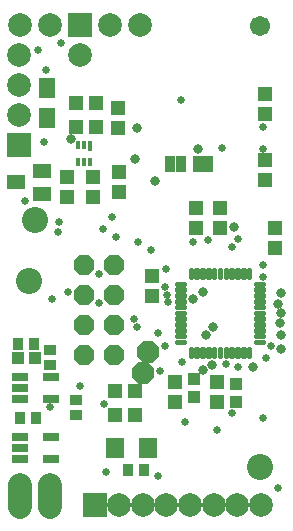
<source format=gbr>
G04 EAGLE Gerber RS-274X export*
G75*
%MOMM*%
%FSLAX34Y34*%
%LPD*%
%INSoldermask Top*%
%IPPOS*%
%AMOC8*
5,1,8,0,0,1.08239X$1,22.5*%
G01*
%ADD10C,2.203200*%
%ADD11C,1.703200*%
%ADD12R,1.203200X1.303200*%
%ADD13R,1.303200X1.203200*%
%ADD14R,0.903200X1.103200*%
%ADD15R,1.603200X1.803200*%
%ADD16R,1.103200X0.903200*%
%ADD17R,1.003200X1.003200*%
%ADD18C,2.003200*%
%ADD19R,1.603200X1.203200*%
%ADD20R,2.003200X2.003200*%
%ADD21C,2.003200*%
%ADD22R,1.403200X0.753200*%
%ADD23C,0.457909*%
%ADD24P,1.951982X8X22.500000*%
%ADD25R,1.473200X0.838200*%
%ADD26C,0.838200*%
%ADD27P,1.869504X8X292.500000*%
%ADD28R,0.453200X0.803200*%
%ADD29R,0.453200X0.953200*%
%ADD30R,0.838200X1.473200*%
%ADD31C,0.657200*%
%ADD32C,0.807200*%


D10*
X22860Y204470D03*
X218440Y46990D03*
D11*
X218440Y420370D03*
D10*
X27940Y256540D03*
D12*
X231140Y249800D03*
X231140Y232800D03*
D13*
X112640Y91186D03*
X95640Y91186D03*
D14*
X119530Y44450D03*
X106530Y44450D03*
D15*
X95220Y63500D03*
X123220Y63500D03*
D13*
X95640Y111760D03*
X112640Y111760D03*
D12*
X184150Y266310D03*
X184150Y249310D03*
X163830Y266310D03*
X163830Y249310D03*
D16*
X62230Y104290D03*
X62230Y91290D03*
D14*
X15090Y88900D03*
X28090Y88900D03*
D17*
X197369Y117701D03*
X197369Y102701D03*
X12820Y139700D03*
X27820Y139700D03*
X162560Y106800D03*
X162560Y121800D03*
D18*
X40640Y31860D02*
X40640Y13860D01*
X15240Y13860D02*
X15240Y31860D01*
D19*
X11860Y288290D03*
X33860Y297790D03*
X33860Y278790D03*
D16*
X40386Y133708D03*
X40386Y146708D03*
D13*
X222250Y306950D03*
X222250Y289950D03*
X222250Y345830D03*
X222250Y362830D03*
D12*
X127000Y209160D03*
X127000Y192160D03*
D14*
X26312Y151130D03*
X13312Y151130D03*
D12*
X181610Y118990D03*
X181610Y101990D03*
X146050Y118990D03*
X146050Y101990D03*
D20*
X78740Y15240D03*
D21*
X98740Y15240D03*
X118740Y15240D03*
X138740Y15240D03*
X158740Y15240D03*
X178740Y15240D03*
X198740Y15240D03*
X218740Y15240D03*
D20*
X66040Y421900D03*
D21*
X66040Y396500D03*
X15240Y421900D03*
X40640Y421900D03*
X116840Y421900D03*
X91440Y421900D03*
D22*
X14939Y123800D03*
X14939Y114300D03*
X14939Y104800D03*
X40941Y104800D03*
X40941Y123800D03*
X14939Y73000D03*
X14939Y63500D03*
X14939Y54000D03*
X40941Y54000D03*
X40941Y73000D03*
D23*
X209027Y208438D02*
X209027Y213892D01*
X209027Y208438D02*
X208573Y208438D01*
X208573Y213892D01*
X209027Y213892D01*
X209027Y212788D02*
X208573Y212788D01*
X204097Y213892D02*
X204097Y208438D01*
X203643Y208438D01*
X203643Y213892D01*
X204097Y213892D01*
X204097Y212788D02*
X203643Y212788D01*
X199167Y213892D02*
X199167Y208438D01*
X198713Y208438D01*
X198713Y213892D01*
X199167Y213892D01*
X199167Y212788D02*
X198713Y212788D01*
X194237Y213892D02*
X194237Y208438D01*
X193783Y208438D01*
X193783Y213892D01*
X194237Y213892D01*
X194237Y212788D02*
X193783Y212788D01*
X189307Y213892D02*
X189307Y208438D01*
X188853Y208438D01*
X188853Y213892D01*
X189307Y213892D01*
X189307Y212788D02*
X188853Y212788D01*
X184377Y213892D02*
X184377Y208438D01*
X183923Y208438D01*
X183923Y213892D01*
X184377Y213892D01*
X184377Y212788D02*
X183923Y212788D01*
X178993Y213892D02*
X178993Y208438D01*
X178993Y213892D02*
X179447Y213892D01*
X179447Y208438D01*
X178993Y208438D01*
X178993Y212788D02*
X179447Y212788D01*
X174063Y213892D02*
X174063Y208438D01*
X174063Y213892D02*
X174517Y213892D01*
X174517Y208438D01*
X174063Y208438D01*
X174063Y212788D02*
X174517Y212788D01*
X169133Y213892D02*
X169133Y208438D01*
X169133Y213892D02*
X169587Y213892D01*
X169587Y208438D01*
X169133Y208438D01*
X169133Y212788D02*
X169587Y212788D01*
X164203Y213892D02*
X164203Y208438D01*
X164203Y213892D02*
X164657Y213892D01*
X164657Y208438D01*
X164203Y208438D01*
X164203Y212788D02*
X164657Y212788D01*
X159273Y213892D02*
X159273Y208438D01*
X159273Y213892D02*
X159727Y213892D01*
X159727Y208438D01*
X159273Y208438D01*
X159273Y212788D02*
X159727Y212788D01*
X153512Y202677D02*
X148058Y202677D01*
X153512Y202677D02*
X153512Y202223D01*
X148058Y202223D01*
X148058Y202677D01*
X148058Y197747D02*
X153512Y197747D01*
X153512Y197293D01*
X148058Y197293D01*
X148058Y197747D01*
X148058Y192817D02*
X153512Y192817D01*
X153512Y192363D01*
X148058Y192363D01*
X148058Y192817D01*
X148058Y187887D02*
X153512Y187887D01*
X153512Y187433D01*
X148058Y187433D01*
X148058Y187887D01*
X148058Y182957D02*
X153512Y182957D01*
X153512Y182503D01*
X148058Y182503D01*
X148058Y182957D01*
X148058Y178027D02*
X153512Y178027D01*
X153512Y177573D01*
X148058Y177573D01*
X148058Y178027D01*
X148058Y172643D02*
X153512Y172643D01*
X148058Y172643D02*
X148058Y173097D01*
X153512Y173097D01*
X153512Y172643D01*
X153512Y167713D02*
X148058Y167713D01*
X148058Y168167D01*
X153512Y168167D01*
X153512Y167713D01*
X153512Y162783D02*
X148058Y162783D01*
X148058Y163237D01*
X153512Y163237D01*
X153512Y162783D01*
X153512Y157853D02*
X148058Y157853D01*
X148058Y158307D01*
X153512Y158307D01*
X153512Y157853D01*
X153512Y152923D02*
X148058Y152923D01*
X148058Y153377D01*
X153512Y153377D01*
X153512Y152923D01*
X159273Y147162D02*
X159273Y141708D01*
X159273Y147162D02*
X159727Y147162D01*
X159727Y141708D01*
X159273Y141708D01*
X159273Y146058D02*
X159727Y146058D01*
X164203Y147162D02*
X164203Y141708D01*
X164203Y147162D02*
X164657Y147162D01*
X164657Y141708D01*
X164203Y141708D01*
X164203Y146058D02*
X164657Y146058D01*
X169133Y147162D02*
X169133Y141708D01*
X169133Y147162D02*
X169587Y147162D01*
X169587Y141708D01*
X169133Y141708D01*
X169133Y146058D02*
X169587Y146058D01*
X174063Y147162D02*
X174063Y141708D01*
X174063Y147162D02*
X174517Y147162D01*
X174517Y141708D01*
X174063Y141708D01*
X174063Y146058D02*
X174517Y146058D01*
X178993Y147162D02*
X178993Y141708D01*
X178993Y147162D02*
X179447Y147162D01*
X179447Y141708D01*
X178993Y141708D01*
X178993Y146058D02*
X179447Y146058D01*
X183923Y147162D02*
X183923Y141708D01*
X183923Y147162D02*
X184377Y147162D01*
X184377Y141708D01*
X183923Y141708D01*
X183923Y146058D02*
X184377Y146058D01*
X189307Y147162D02*
X189307Y141708D01*
X188853Y141708D01*
X188853Y147162D01*
X189307Y147162D01*
X189307Y146058D02*
X188853Y146058D01*
X194237Y147162D02*
X194237Y141708D01*
X193783Y141708D01*
X193783Y147162D01*
X194237Y147162D01*
X194237Y146058D02*
X193783Y146058D01*
X199167Y147162D02*
X199167Y141708D01*
X198713Y141708D01*
X198713Y147162D01*
X199167Y147162D01*
X199167Y146058D02*
X198713Y146058D01*
X204097Y147162D02*
X204097Y141708D01*
X203643Y141708D01*
X203643Y147162D01*
X204097Y147162D01*
X204097Y146058D02*
X203643Y146058D01*
X209027Y147162D02*
X209027Y141708D01*
X208573Y141708D01*
X208573Y147162D01*
X209027Y147162D01*
X209027Y146058D02*
X208573Y146058D01*
X214788Y152923D02*
X220242Y152923D01*
X214788Y152923D02*
X214788Y153377D01*
X220242Y153377D01*
X220242Y152923D01*
X220242Y157853D02*
X214788Y157853D01*
X214788Y158307D01*
X220242Y158307D01*
X220242Y157853D01*
X220242Y162783D02*
X214788Y162783D01*
X214788Y163237D01*
X220242Y163237D01*
X220242Y162783D01*
X220242Y167713D02*
X214788Y167713D01*
X214788Y168167D01*
X220242Y168167D01*
X220242Y167713D01*
X220242Y172643D02*
X214788Y172643D01*
X214788Y173097D01*
X220242Y173097D01*
X220242Y172643D01*
X220242Y177573D02*
X214788Y177573D01*
X214788Y178027D01*
X220242Y178027D01*
X220242Y177573D01*
X220242Y182957D02*
X214788Y182957D01*
X220242Y182957D02*
X220242Y182503D01*
X214788Y182503D01*
X214788Y182957D01*
X214788Y187887D02*
X220242Y187887D01*
X220242Y187433D01*
X214788Y187433D01*
X214788Y187887D01*
X214788Y192817D02*
X220242Y192817D01*
X220242Y192363D01*
X214788Y192363D01*
X214788Y192817D01*
X214788Y197747D02*
X220242Y197747D01*
X220242Y197293D01*
X214788Y197293D01*
X214788Y197747D01*
X214788Y202677D02*
X220242Y202677D01*
X220242Y202223D01*
X214788Y202223D01*
X214788Y202677D01*
D24*
X123444Y144780D03*
X118618Y126746D03*
D25*
X38100Y363800D03*
X38100Y372800D03*
X38100Y338400D03*
X38100Y347400D03*
D20*
X13970Y320040D03*
D21*
X13970Y345440D03*
X13970Y370840D03*
X13970Y396240D03*
D26*
X170180Y129540D03*
X177800Y133350D03*
X212090Y132080D03*
X236220Y147320D03*
X236220Y158750D03*
X234950Y168910D03*
X236220Y177800D03*
X233680Y185420D03*
X236220Y194310D03*
D27*
X69254Y218309D03*
X94654Y218309D03*
X69254Y192909D03*
X94654Y192909D03*
X69254Y167509D03*
X94654Y167509D03*
X69254Y142109D03*
X94654Y142109D03*
D28*
X63834Y305220D03*
X73834Y305220D03*
X68834Y305220D03*
X63834Y319620D03*
X68834Y319620D03*
D29*
X73834Y318870D03*
D13*
X79620Y334772D03*
X62620Y334772D03*
D12*
X97536Y351146D03*
X97536Y334146D03*
D13*
X79620Y355346D03*
X62620Y355346D03*
D12*
X54864Y292980D03*
X54864Y275980D03*
X98552Y296790D03*
X98552Y279790D03*
X76962Y293234D03*
X76962Y276234D03*
D30*
X174172Y303784D03*
X165172Y303784D03*
X150804Y303784D03*
X141804Y303784D03*
D31*
X47890Y254668D03*
X223520Y139700D03*
X220980Y218440D03*
X152400Y135890D03*
X150876Y357632D03*
X41910Y189230D03*
X87630Y43180D03*
X154940Y85090D03*
X181610Y78740D03*
X86360Y100330D03*
X92710Y259080D03*
X36830Y383540D03*
X185674Y316992D03*
X233198Y29865D03*
X81738Y210362D03*
X81428Y186025D03*
X55376Y195481D03*
X40640Y97790D03*
D32*
X113538Y334518D03*
X112268Y307848D03*
X195834Y250444D03*
X57912Y325120D03*
D31*
X137668Y149860D03*
X132080Y161036D03*
X139954Y186944D03*
X19050Y272542D03*
X161544Y237744D03*
X29718Y400050D03*
X125984Y230886D03*
X220218Y88900D03*
X137809Y199681D03*
X220980Y208280D03*
X227330Y149860D03*
X139700Y193040D03*
X133350Y128270D03*
X132080Y39370D03*
X47383Y246255D03*
X189081Y134397D03*
X194190Y92624D03*
X95829Y242108D03*
X113859Y165541D03*
X49530Y406400D03*
X114700Y237583D03*
X111760Y172720D03*
X199390Y132080D03*
X66040Y115570D03*
X173627Y239513D03*
X199390Y240030D03*
X194310Y233680D03*
X138633Y214656D03*
X85396Y248965D03*
D32*
X161544Y189964D03*
X165354Y316484D03*
D31*
X35560Y322580D03*
X220980Y316230D03*
X220980Y335280D03*
D32*
X169672Y195834D03*
X129540Y289560D03*
X178562Y165608D03*
X172212Y159258D03*
M02*

</source>
